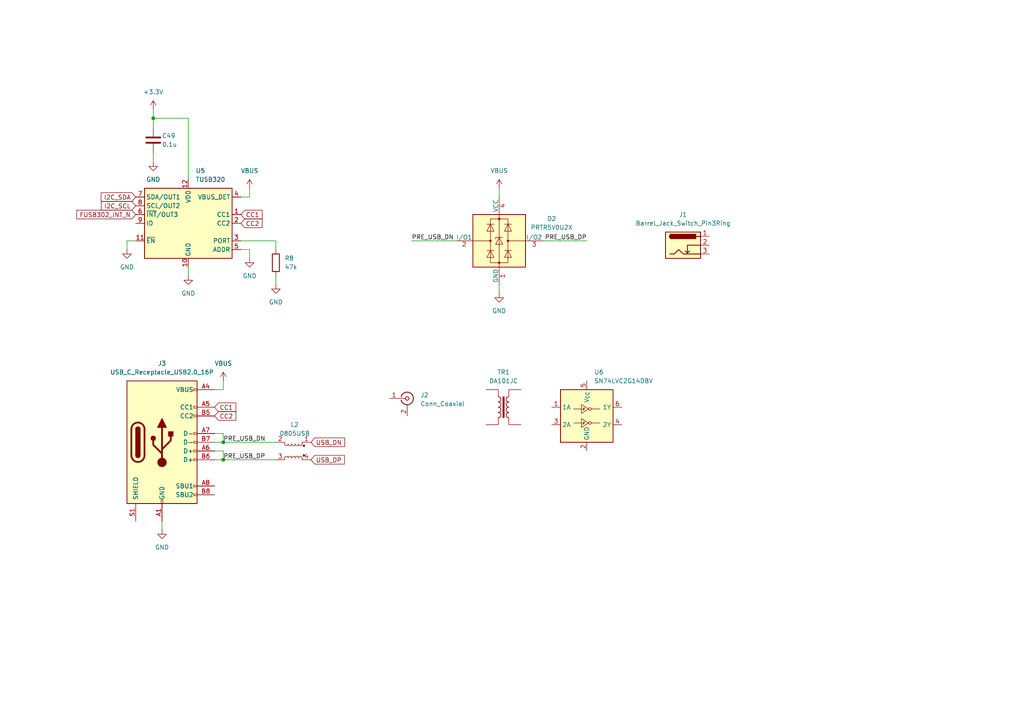
<source format=kicad_sch>
(kicad_sch (version 20250114) (generator "eeschema") (generator_version "9.0")
  (paper "A4")
  (lib_symbols
    (symbol "74xGxx:SN74LVC2G14DBV"
      (property "Reference" "U" (at 2.54 12.7 0))
      (property "Value" "SN74LVC2G14DBV" (at 2.54 10.16 0))
      (symbol "SN74LVC2G14DBV_1_1"
        (rectangle (start -7.62 7.62) (end 7.62 -7.62) (stroke (width 0.254)) (fill (type background)))
        (polyline (pts (xy -1.524 3.302) (xy 0.508 2.032) (xy -1.524 0.762) (xy -1.524 3.302)))
        (polyline (pts (xy -1.524 2.032) (xy -3.81 2.032)))
        (polyline (pts (xy -1.524 -0.762) (xy 0.508 -2.032) (xy -1.524 -3.302) (xy -1.524 -0.762)))
        (polyline (pts (xy -1.524 -2.032) (xy -3.81 -2.032)))
        (polyline (pts (xy -1.016 1.778) (xy -1.016 2.286) (xy -0.762 2.286) (xy -0.762 1.778) (xy -1.27 1.778)))
        (polyline (pts (xy -1.016 -2.286) (xy -1.016 -1.778) (xy -0.762 -1.778) (xy -0.762 -2.286) (xy -1.27 -2.286)))
        (polyline (pts (xy -0.762 2.286) (xy -0.508 2.286)))
        (polyline (pts (xy -0.762 -1.778) (xy -0.508 -1.778)))
        (circle (center 0.889 2.032) (radius 0.381))
        (circle (center 0.889 -2.032) (radius 0.381))
        (polyline (pts (xy 1.27 2.032) (xy 3.81 2.032)))
        (polyline (pts (xy 1.27 -2.032) (xy 3.81 -2.032)))
        (pin input line (at -10.16 2.54 0) (length 2.54) (name "1A") (number "1"))
        (pin input line (at -10.16 -2.54 0) (length 2.54) (name "2A") (number "3"))
        (pin power_in line (at 0 10.16 270) (length 2.54) (name "V_{CC}") (number "5"))
        (pin power_in line (at 0 -10.16 90) (length 2.54) (name "GND") (number "2"))
        (pin output line (at 10.16 2.54 180) (length 2.54) (name "1Y") (number "6"))
        (pin output line (at 10.16 -2.54 180) (length 2.54) (name "2Y") (number "4"))
      )
    )
    (symbol "Connector:Barrel_Jack_Switch_Pin3Ring" (pin_names (hide yes))
      (property "Reference" "J" (at 0 5.334 0))
      (property "Value" "Barrel_Jack_Switch_Pin3Ring" (at 0 -5.08 0))
      (symbol "Barrel_Jack_Switch_Pin3Ring_0_1"
        (rectangle (start -5.08 3.81) (end 5.08 -3.81) (stroke (width 0.254)) (fill (type background)))
        (polyline (pts (xy -3.81 -2.54) (xy -2.54 -2.54) (xy -1.27 -1.27) (xy 0 -2.54) (xy 2.54 -2.54) (xy 5.08 -2.54)) (stroke (width 0.254)))
        (arc (start -3.302 1.905) (mid -3.9343 2.54) (end -3.302 3.175) (stroke (width 0.254)))
        (arc (start -3.302 1.905) (mid -3.9343 2.54) (end -3.302 3.175) (stroke (width 0.254)) (fill (type outline)))
        (polyline (pts (xy 1.27 -2.286) (xy 1.905 -1.651)) (stroke (width 0.254)))
        (rectangle (start 3.683 3.175) (end -3.302 1.905) (stroke (width 0.254)) (fill (type outline)))
        (polyline (pts (xy 5.08 2.54) (xy 3.81 2.54)) (stroke (width 0.254)))
        (polyline (pts (xy 5.08 0) (xy 1.27 0) (xy 1.27 -2.286) (xy 0.635 -1.651)) (stroke (width 0.254)))
      )
      (symbol "Barrel_Jack_Switch_Pin3Ring_1_1"
        (pin passive line (at 7.62 2.54 180) (length 2.54) (name "~") (number "1"))
        (pin passive line (at 7.62 0 180) (length 2.54) (name "~") (number "2"))
        (pin passive line (at 7.62 -2.54 180) (length 2.54) (name "~") (number "3"))
      )
    )
    (symbol "Connector:Conn_Coaxial" (pin_names (offset 1.016) (hide yes))
      (property "Reference" "J" (at 0.254 3.048 0))
      (property "Value" "Conn_Coaxial" (at 2.921 0 90))
      (symbol "Conn_Coaxial_0_1"
        (polyline (pts (xy -2.54 0) (xy -0.508 0)))
        (arc (start 1.778 0) (mid 0.222 -1.8079) (end -1.778 -0.508) (stroke (width 0.254)))
        (arc (start -1.778 0.508) (mid 0.2221 1.8084) (end 1.778 0) (stroke (width 0.254)))
        (circle (center 0 0) (radius 0.508) (stroke (width 0.2032)))
        (polyline (pts (xy 0 -2.54) (xy 0 -1.778)))
      )
      (symbol "Conn_Coaxial_1_1"
        (pin passive line (at -5.08 0 0) (length 2.54) (name "In") (number "1"))
        (pin passive line (at 0 -5.08 90) (length 2.54) (name "Ext") (number "2"))
      )
    )
    (symbol "Connector:USB_C_Receptacle_USB2.0_16P" (pin_names (offset 1.016))
      (property "Reference" "J" (at 0 22.225 0))
      (property "Value" "USB_C_Receptacle_USB2.0_16P" (at 0 19.685 0))
      (symbol "USB_C_Receptacle_USB2.0_16P_0_0"
        (rectangle (start -0.254 -17.78) (end 0.254 -16.764))
        (rectangle (start 10.16 15.494) (end 9.144 14.986))
        (rectangle (start 10.16 10.414) (end 9.144 9.906))
        (rectangle (start 10.16 7.874) (end 9.144 7.366))
        (rectangle (start 10.16 2.794) (end 9.144 2.286))
        (rectangle (start 10.16 0.254) (end 9.144 -0.254))
        (rectangle (start 10.16 -2.286) (end 9.144 -2.794))
        (rectangle (start 10.16 -4.826) (end 9.144 -5.334))
        (rectangle (start 10.16 -12.446) (end 9.144 -12.954))
        (rectangle (start 10.16 -14.986) (end 9.144 -15.494))
      )
      (symbol "USB_C_Receptacle_USB2.0_16P_0_1"
        (rectangle (start -10.16 17.78) (end 10.16 -17.78) (stroke (width 0.254)) (fill (type background)))
        (polyline (pts (xy -8.89 -3.81) (xy -8.89 3.81)) (stroke (width 0.508)))
        (rectangle (start -7.62 -3.81) (end -6.35 3.81) (stroke (width 0.254)) (fill (type outline)))
        (arc (start -7.62 3.81) (mid -6.985 4.4423) (end -6.35 3.81) (stroke (width 0.254)))
        (arc (start -7.62 3.81) (mid -6.985 4.4423) (end -6.35 3.81) (stroke (width 0.254)) (fill (type outline)))
        (arc (start -8.89 3.81) (mid -6.985 5.7067) (end -5.08 3.81) (stroke (width 0.508)))
        (arc (start -5.08 -3.81) (mid -6.985 -5.7067) (end -8.89 -3.81) (stroke (width 0.508)))
        (arc (start -6.35 -3.81) (mid -6.985 -4.4423) (end -7.62 -3.81) (stroke (width 0.254)))
        (arc (start -6.35 -3.81) (mid -6.985 -4.4423) (end -7.62 -3.81) (stroke (width 0.254)) (fill (type outline)))
        (polyline (pts (xy -5.08 3.81) (xy -5.08 -3.81)) (stroke (width 0.508)))
        (circle (center -2.54 1.143) (radius 0.635) (stroke (width 0.254)) (fill (type outline)))
        (polyline (pts (xy -1.27 4.318) (xy 0 6.858) (xy 1.27 4.318) (xy -1.27 4.318)) (stroke (width 0.254)) (fill (type outline)))
        (polyline (pts (xy 0 -2.032) (xy 2.54 0.508) (xy 2.54 1.778)) (stroke (width 0.508)))
        (polyline (pts (xy 0 -3.302) (xy -2.54 -0.762) (xy -2.54 0.508)) (stroke (width 0.508)))
        (polyline (pts (xy 0 -5.842) (xy 0 4.318)) (stroke (width 0.508)))
        (circle (center 0 -5.842) (radius 1.27) (fill (type outline)))
        (rectangle (start 1.905 1.778) (end 3.175 3.048) (stroke (width 0.254)) (fill (type outline)))
      )
      (symbol "USB_C_Receptacle_USB2.0_16P_1_1"
        (pin passive line (at -7.62 -22.86 90) (length 5.08) (name "SHIELD") (number "S1"))
        (pin passive line (at 0 -22.86 90) (length 5.08) (name "GND") (number "A1"))
        (pin passive line (at 0 -22.86 90) (length 5.08) (hide yes) (name "GND") (number "A12"))
        (pin passive line (at 0 -22.86 90) (length 5.08) (hide yes) (name "GND") (number "B1"))
        (pin passive line (at 0 -22.86 90) (length 5.08) (hide yes) (name "GND") (number "B12"))
        (pin passive line (at 15.24 15.24 180) (length 5.08) (name "VBUS") (number "A4"))
        (pin passive line (at 15.24 15.24 180) (length 5.08) (hide yes) (name "VBUS") (number "A9"))
        (pin passive line (at 15.24 15.24 180) (length 5.08) (hide yes) (name "VBUS") (number "B4"))
        (pin passive line (at 15.24 15.24 180) (length 5.08) (hide yes) (name "VBUS") (number "B9"))
        (pin bidirectional line (at 15.24 10.16 180) (length 5.08) (name "CC1") (number "A5"))
        (pin bidirectional line (at 15.24 7.62 180) (length 5.08) (name "CC2") (number "B5"))
        (pin bidirectional line (at 15.24 2.54 180) (length 5.08) (name "D-") (number "A7"))
        (pin bidirectional line (at 15.24 0 180) (length 5.08) (name "D-") (number "B7"))
        (pin bidirectional line (at 15.24 -2.54 180) (length 5.08) (name "D+") (number "A6"))
        (pin bidirectional line (at 15.24 -5.08 180) (length 5.08) (name "D+") (number "B6"))
        (pin bidirectional line (at 15.24 -12.7 180) (length 5.08) (name "SBU1") (number "A8"))
        (pin bidirectional line (at 15.24 -15.24 180) (length 5.08) (name "SBU2") (number "B8"))
      )
    )
    (symbol "Device:C" (pin_numbers (hide yes)) (pin_names (offset 0.254))
      (property "Reference" "C" (at 0.635 2.54 0))
      (property "Value" "C" (at 0.635 -2.54 0))
      (symbol "C_0_1"
        (polyline (pts (xy -2.032 0.762) (xy 2.032 0.762)) (stroke (width 0.508)))
        (polyline (pts (xy -2.032 -0.762) (xy 2.032 -0.762)) (stroke (width 0.508)))
      )
      (symbol "C_1_1"
        (pin passive line (at 0 3.81 270) (length 2.794) (name "~") (number "1"))
        (pin passive line (at 0 -3.81 90) (length 2.794) (name "~") (number "2"))
      )
    )
    (symbol "Device:L_Coupled_1243" (pin_names (offset 0.254) (hide yes))
      (property "Reference" "L" (at 0 4.445 0))
      (property "Value" "L_Coupled_1243" (at 0 -4.445 0))
      (symbol "L_Coupled_1243_0_1"
        (circle (center -3.048 1.524) (radius 0.254) (fill (type outline)))
        (circle (center -3.048 -1.27) (radius 0.254) (fill (type outline)))
        (polyline (pts (xy -2.54 2.032) (xy -2.54 2.54)))
        (polyline (pts (xy -2.54 -2.032) (xy -2.54 -2.54)))
        (arc (start -1.524 2.032) (mid -2.032 1.5262) (end -2.54 2.032))
        (arc (start -2.54 -2.032) (mid -2.032 -1.5262) (end -1.524 -2.032))
        (arc (start -0.508 2.032) (mid -1.016 1.5262) (end -1.524 2.032))
        (arc (start -1.524 -2.032) (mid -1.016 -1.5262) (end -0.508 -2.032))
        (arc (start 0.508 2.032) (mid 0 1.5262) (end -0.508 2.032))
        (arc (start -0.508 -2.032) (mid 0 -1.5262) (end 0.508 -2.032))
        (arc (start 1.524 2.032) (mid 1.016 1.5262) (end 0.508 2.032))
        (arc (start 0.508 -2.032) (mid 1.016 -1.5262) (end 1.524 -2.032))
        (arc (start 2.54 2.032) (mid 2.032 1.5262) (end 1.524 2.032))
        (arc (start 1.524 -2.032) (mid 2.032 -1.5262) (end 2.54 -2.032))
        (polyline (pts (xy 2.54 2.54) (xy 2.54 2.032)))
        (polyline (pts (xy 2.54 -2.032) (xy 2.54 -2.54)))
      )
      (symbol "L_Coupled_1243_1_1"
        (pin passive line (at -5.08 2.54 0) (length 2.54) (name "1") (number "1"))
        (pin passive line (at -5.08 -2.54 0) (length 2.54) (name "4") (number "4"))
        (pin passive line (at 5.08 2.54 180) (length 2.54) (name "2") (number "2"))
        (pin passive line (at 5.08 -2.54 180) (length 2.54) (name "3") (number "3"))
      )
    )
    (symbol "Device:R" (pin_numbers (hide yes)) (pin_names (offset 0))
      (property "Reference" "R" (at 2.032 0 90))
      (property "Value" "R" (at 0 0 90))
      (symbol "R_0_1"
        (rectangle (start -1.016 -2.54) (end 1.016 2.54) (stroke (width 0.254)))
      )
      (symbol "R_1_1"
        (pin passive line (at 0 3.81 270) (length 1.27) (name "~") (number "1"))
        (pin passive line (at 0 -3.81 90) (length 1.27) (name "~") (number "2"))
      )
    )
    (symbol "Interface_USB:TUSB320"
      (property "Reference" "U" (at -11.43 11.43 0))
      (property "Value" "TUSB320" (at 7.62 11.43 0))
      (symbol "TUSB320_0_1"
        (rectangle (start -12.7 10.16) (end 12.7 -10.16) (stroke (width 0.254)) (fill (type background)))
      )
      (symbol "TUSB320_1_1"
        (pin bidirectional line (at -15.24 7.62 0) (length 2.54) (name "SDA/OUT1") (number "7"))
        (pin bidirectional line (at -15.24 5.08 0) (length 2.54) (name "SCL/OUT2") (number "8"))
        (pin open_collector line (at -15.24 2.54 0) (length 2.54) (name "~{INT}/OUT3") (number "6"))
        (pin open_collector line (at -15.24 0 0) (length 2.54) (name "ID") (number "9"))
        (pin input line (at -15.24 -5.08 0) (length 2.54) (name "~{EN}") (number "11"))
        (pin power_in line (at 0 12.7 270) (length 2.54) (name "VDD") (number "12"))
        (pin power_in line (at 0 -12.7 90) (length 2.54) (name "GND") (number "10"))
        (pin input line (at 15.24 7.62 180) (length 2.54) (name "VBUS_DET") (number "4"))
        (pin bidirectional line (at 15.24 2.54 180) (length 2.54) (name "CC1") (number "1"))
        (pin bidirectional line (at 15.24 0 180) (length 2.54) (name "CC2") (number "2"))
        (pin input line (at 15.24 -5.08 180) (length 2.54) (name "PORT") (number "3"))
        (pin input line (at 15.24 -7.62 180) (length 2.54) (name "ADDR") (number "5"))
      )
    )
    (symbol "Power_Protection:PRTR5V0U2X" (pin_names (offset 0))
      (property "Reference" "D" (at 2.794 8.636 0))
      (property "Value" "PRTR5V0U2X" (at 8.128 -9.398 0))
      (symbol "PRTR5V0U2X_0_1"
        (rectangle (start -7.62 -7.62) (end 7.62 7.62) (stroke (width 0.254)) (fill (type background)))
        (polyline (pts (xy -3.556 2.794) (xy -1.524 2.794) (xy -2.54 4.826) (xy -3.556 2.794)))
        (polyline (pts (xy -3.556 -4.826) (xy -1.524 -4.826) (xy -2.54 -2.794) (xy -3.556 -4.826)))
        (rectangle (start -2.54 6.35) (end 2.54 -6.35))
        (circle (center -2.54 0) (radius 0.254) (fill (type outline)))
        (polyline (pts (xy -2.54 0) (xy -7.62 0)))
        (polyline (pts (xy -1.524 4.826) (xy -3.556 4.826)))
        (polyline (pts (xy -1.524 -2.794) (xy -3.556 -2.794)))
        (polyline (pts (xy -1.016 -1.016) (xy 1.016 -1.016) (xy 0 1.016) (xy -1.016 -1.016)))
        (circle (center 0 6.35) (radius 0.254) (fill (type outline)))
        (circle (center 0 -6.35) (radius 0.254) (fill (type outline)))
        (polyline (pts (xy 0 -7.62) (xy 0 7.62)))
        (polyline (pts (xy 1.016 1.016) (xy -1.016 1.016) (xy -1.016 0.508)))
        (polyline (pts (xy 1.524 4.826) (xy 3.556 4.826)))
        (polyline (pts (xy 1.524 -2.794) (xy 3.556 -2.794)))
        (polyline (pts (xy 2.54 0) (xy 7.62 0)))
        (circle (center 2.54 0) (radius 0.254) (fill (type outline)))
        (polyline (pts (xy 3.556 2.794) (xy 1.524 2.794) (xy 2.54 4.826) (xy 3.556 2.794)))
        (polyline (pts (xy 3.556 -4.826) (xy 1.524 -4.826) (xy 2.54 -2.794) (xy 3.556 -4.826)))
      )
      (symbol "PRTR5V0U2X_1_1"
        (pin passive line (at -12.7 0 0) (length 5.08) (name "I/O1") (number "2"))
        (pin passive line (at 0 12.7 270) (length 5.08) (name "VCC") (number "4"))
        (pin passive line (at 0 -12.7 90) (length 5.08) (name "GND") (number "1"))
        (pin passive line (at 12.7 0 180) (length 5.08) (name "I/O2") (number "3"))
      )
    )
    (symbol "Transformer:TRANSF1" (pin_numbers (hide yes)) (pin_names (offset 0))
      (property "Reference" "TR" (at 0 6.35 0))
      (property "Value" "TRANSF1" (at 0 -6.35 0))
      (symbol "TRANSF1_0_1"
        (polyline (pts (xy -2.54 5.08) (xy -1.524 5.08) (xy -1.524 3.048)) (stroke (width 0.1524)))
        (arc (start -1.524 3.048) (mid -0.7653 2.286) (end -1.524 1.524) (stroke (width 0.2032)))
        (arc (start -1.524 1.524) (mid -0.7653 0.762) (end -1.524 0) (stroke (width 0.2032)))
        (arc (start -1.524 0) (mid -0.7653 -0.762) (end -1.524 -1.524) (stroke (width 0.2032)))
        (arc (start -1.524 -1.524) (mid -0.7653 -2.286) (end -1.524 -3.048) (stroke (width 0.2032)))
        (polyline (pts (xy -1.524 -3.048) (xy -1.524 -5.08) (xy -2.54 -5.08)) (stroke (width 0.1524)))
        (rectangle (start -0.254 3.048) (end 0.254 -3.048) (stroke (width 0.0254)) (fill (type outline)))
        (polyline (pts (xy 1.524 3.048) (xy 1.524 5.08) (xy 2.54 5.08)) (stroke (width 0.1524)))
        (arc (start 1.524 1.524) (mid 0.7653 2.286) (end 1.524 3.048) (stroke (width 0.2032)))
        (arc (start 1.524 0) (mid 0.7653 0.762) (end 1.524 1.524) (stroke (width 0.2032)))
        (arc (start 1.524 -1.524) (mid 0.7653 -0.762) (end 1.524 0) (stroke (width 0.2032)))
        (arc (start 1.524 -3.048) (mid 0.7653 -2.286) (end 1.524 -1.524) (stroke (width 0.2032)))
        (polyline (pts (xy 2.54 -5.08) (xy 1.524 -5.08) (xy 1.524 -3.048)) (stroke (width 0.1524)))
      )
      (symbol "TRANSF1_1_1"
        (pin passive line (at -5.08 5.08 0) (length 2.54) (name "~") (number "1"))
        (pin passive line (at -5.08 -5.08 0) (length 2.54) (name "~") (number "2"))
        (pin passive line (at 5.08 5.08 180) (length 2.54) (name "~") (number "4"))
        (pin passive line (at 5.08 -5.08 180) (length 2.54) (name "~") (number "3"))
      )
    )
    (symbol "power:+3.3V" (power) (pin_numbers (hide yes)) (pin_names (offset 0) (hide yes))
      (property "Value" "+3.3V" (at 0 3.556 0))
      (symbol "+3.3V_0_1"
        (polyline (pts (xy -0.762 1.27) (xy 0 2.54)))
        (polyline (pts (xy 0 2.54) (xy 0.762 1.27)))
        (polyline (pts (xy 0 0) (xy 0 2.54)))
      )
      (symbol "+3.3V_1_1"
        (pin power_in line (at 0 0 90) (length 0) (name "~") (number "1"))
      )
    )
    (symbol "power:GND" (power) (pin_numbers (hide yes)) (pin_names (offset 0) (hide yes))
      (property "Value" "GND" (at 0 -3.81 0))
      (symbol "GND_0_1"
        (polyline (pts (xy 0 0) (xy 0 -1.27) (xy 1.27 -1.27) (xy 0 -2.54) (xy -1.27 -1.27) (xy 0 -1.27)))
      )
      (symbol "GND_1_1"
        (pin power_in line (at 0 0 270) (length 0) (name "~") (number "1"))
      )
    )
    (symbol "power:VBUS" (power) (pin_numbers (hide yes)) (pin_names (offset 0) (hide yes))
      (property "Value" "VBUS" (at 0 3.556 0))
      (symbol "VBUS_0_1"
        (polyline (pts (xy -0.762 1.27) (xy 0 2.54)))
        (polyline (pts (xy 0 2.54) (xy 0.762 1.27)))
        (polyline (pts (xy 0 0) (xy 0 2.54)))
      )
      (symbol "VBUS_1_1"
        (pin power_in line (at 0 0 90) (length 0) (name "~") (number "1"))
      )
    )
  )
  (junction (at 64.77 133.35))
  (junction (at 64.77 128.27))
  (junction (at 44.45 34.29))
  (wire (pts (xy 54.61 77.47) (xy 54.61 80.01)))
  (wire (pts (xy 62.23 125.73) (xy 64.77 125.73)))
  (wire (pts (xy 36.83 69.85) (xy 36.83 72.39)))
  (wire (pts (xy 62.23 113.03) (xy 64.77 113.03)))
  (wire (pts (xy 144.78 82.55) (xy 144.78 85.09)))
  (wire (pts (xy 69.85 69.85) (xy 80.01 69.85)))
  (wire (pts (xy 64.77 133.35) (xy 62.23 133.35)))
  (wire (pts (xy 64.77 128.27) (xy 80.01 128.27)))
  (wire (pts (xy 157.48 69.85) (xy 170.18 69.85)))
  (wire (pts (xy 54.61 34.29) (xy 44.45 34.29)))
  (wire (pts (xy 44.45 34.29) (xy 44.45 36.83)))
  (wire (pts (xy 62.23 130.81) (xy 64.77 130.81)))
  (wire (pts (xy 72.39 54.61) (xy 72.39 57.15)))
  (wire (pts (xy 54.61 52.07) (xy 54.61 34.29)))
  (wire (pts (xy 64.77 130.81) (xy 64.77 133.35)))
  (wire (pts (xy 64.77 125.73) (xy 64.77 128.27)))
  (wire (pts (xy 69.85 72.39) (xy 72.39 72.39)))
  (wire (pts (xy 36.83 69.85) (xy 39.37 69.85)))
  (wire (pts (xy 80.01 80.01) (xy 80.01 82.55)))
  (wire (pts (xy 80.01 69.85) (xy 80.01 72.39)))
  (wire (pts (xy 64.77 133.35) (xy 80.01 133.35)))
  (wire (pts (xy 144.78 54.61) (xy 144.78 57.15)))
  (wire (pts (xy 72.39 57.15) (xy 69.85 57.15)))
  (wire (pts (xy 44.45 44.45) (xy 44.45 46.99)))
  (wire (pts (xy 46.99 151.13) (xy 46.99 153.67)))
  (wire (pts (xy 64.77 110.49) (xy 64.77 113.03)))
  (wire (pts (xy 72.39 72.39) (xy 72.39 74.93)))
  (wire (pts (xy 64.77 128.27) (xy 62.23 128.27)))
  (wire (pts (xy 119.38 69.85) (xy 132.08 69.85)))
  (wire (pts (xy 44.45 31.75) (xy 44.45 34.29)))
  (label "PRE_USB_DP" (at 170.18 69.85 180))
  (label "PRE_USB_DN" (at 119.38 69.85 0))
  (label "PRE_USB_DN" (at 64.77 128.27 0))
  (label "PRE_USB_DP" (at 64.77 133.35 0))
  (global_label "I2C_SDA" (shape input) (at 39.37 57.15 180) (property "Intersheetrefs" "${INTERSHEET_REFS}" (effects (hide yes))))
  (global_label "CC2" (shape input) (at 69.85 64.77 0) (property "Intersheetrefs" "${INTERSHEET_REFS}" (effects (hide yes))))
  (global_label "CC1" (shape input) (at 62.23 118.11 0) (property "Intersheetrefs" "${INTERSHEET_REFS}" (effects (hide yes))))
  (global_label "CC1" (shape input) (at 69.85 62.23 0) (property "Intersheetrefs" "${INTERSHEET_REFS}" (effects (hide yes))))
  (global_label "I2C_SCL" (shape input) (at 39.37 59.69 180) (property "Intersheetrefs" "${INTERSHEET_REFS}" (effects (hide yes))))
  (global_label "USB_DP" (shape input) (at 90.17 133.35 0) (property "Intersheetrefs" "${INTERSHEET_REFS}" (effects (hide yes))))
  (global_label "CC2" (shape input) (at 62.23 120.65 0) (property "Intersheetrefs" "${INTERSHEET_REFS}" (effects (hide yes))))
  (global_label "FUSB302_INT_N" (shape input) (at 39.37 62.23 180) (property "Intersheetrefs" "${INTERSHEET_REFS}" (effects (hide yes))))
  (global_label "USB_DN" (shape input) (at 90.17 128.27 0) (property "Intersheetrefs" "${INTERSHEET_REFS}" (effects (hide yes))))
  (symbol (lib_id "power:GND") (at 36.83 72.39 0) (unit 1)
    (property "Reference" "#PWR066" (effects (hide yes)))
    (property "Value" "GND" (at 36.83 77.47 0))
    (property "Description" "Power symbol creates a global label with name \"GND\" , ground" (effects (hide yes)))
  )
  (symbol (lib_id "Interface_USB:TUSB320") (at 54.61 64.77 0) (unit 1)
    (property "Reference" "U5" (at 56.7533 49.53 0) (effects (justify left)))
    (property "Value" "TUSB320" (at 56.7533 52.07 0) (effects (justify left)))
    (property "Footprint" "Package_DFN_QFN:Texas_X2QFN-12_1.6x1.6mm_P0.4mm" (effects (hide yes)))
    (property "Datasheet" "http://www.ti.com/lit/ds/symlink/tusb320.pdf" (effects (hide yes)))
    (property "Description" "USB Type-C Configuration Channel Logic and Port Control, X2QFN-12" (effects (hide yes)))
  )
  (symbol (lib_id "power:GND") (at 46.99 153.67 0) (unit 1)
    (property "Reference" "#PWR072" (effects (hide yes)))
    (property "Value" "GND" (at 46.99 158.75 0))
    (property "Description" "Power symbol creates a global label with name \"GND\" , ground" (effects (hide yes)))
  )
  (symbol (lib_id "Connector:Conn_Coaxial") (at 118.11 115.57 0) (unit 1)
    (property "Reference" "J2" (at 121.92 114.5931 0) (effects (justify left)))
    (property "Value" "Conn_Coaxial" (at 121.92 117.1331 0) (effects (justify left)))
    (property "Footprint" "utils:PJRAN1X1U04" (effects (hide yes)))
    (property "Description" "coaxial connector (BNC, SMA, SMB, SMC, Cinch/RCA, LEMO, ...)" (effects (hide yes)))
  )
  (symbol (lib_id "power:VBUS") (at 72.39 54.61 0) (unit 1)
    (property "Reference" "#PWR064" (effects (hide yes)))
    (property "Value" "VBUS" (at 72.39 49.53 0))
    (property "Description" "Power symbol creates a global label with name \"VBUS\"" (effects (hide yes)))
  )
  (symbol (lib_id "Device:R") (at 80.01 76.2 0) (unit 1)
    (property "Reference" "R8" (at 82.55 74.9299 0) (effects (justify left)))
    (property "Value" "47k" (at 82.55 77.4699 0) (effects (justify left)))
    (property "Footprint" "Resistor_SMD:R_0402_1005Metric" (effects (hide yes)))
    (property "Description" "Resistor" (effects (hide yes)))
  )
  (symbol (lib_id "Connector:USB_C_Receptacle_USB2.0_16P") (at 46.99 128.27 0) (unit 1)
    (property "Reference" "J3" (at 46.99 105.41 0))
    (property "Value" "USB_C_Receptacle_USB2.0_16P" (at 46.99 107.95 0))
    (property "Footprint" "Connector_USB:USB_C_Receptacle_GCT_USB4110" (effects (hide yes)))
    (property "Datasheet" "https://www.usb.org/sites/default/files/documents/usb_type-c.zip" (effects (hide yes)))
    (property "Description" "USB 2.0-only 16P Type-C Receptacle connector" (effects (hide yes)))
  )
  (symbol (lib_id "power:VBUS") (at 144.78 54.61 0) (unit 1)
    (property "Reference" "#PWR065" (effects (hide yes)))
    (property "Value" "VBUS" (at 144.78 49.53 0))
    (property "Description" "Power symbol creates a global label with name \"VBUS\"" (effects (hide yes)))
  )
  (symbol (lib_id "74xGxx:SN74LVC2G14DBV") (at 170.18 120.65 0) (unit 1)
    (property "Reference" "U6" (at 172.3233 107.95 0) (effects (justify left)))
    (property "Value" "SN74LVC2G14DBV" (at 172.3233 110.49 0) (effects (justify left)))
    (property "Footprint" "Package_TO_SOT_SMD:SOT-23-6" (effects (hide yes)))
    (property "Datasheet" "https://www.ti.com/lit/ds/symlink/sn74lvc2g14.pdf" (effects (hide yes)))
    (property "Description" "Dual schmitt inverter, VCC from 1.65 to 5.5 V, SOT-23" (effects (hide yes)))
  )
  (symbol (lib_id "power:VBUS") (at 64.77 110.49 0) (unit 1)
    (property "Reference" "#PWR071" (effects (hide yes)))
    (property "Value" "VBUS" (at 64.77 105.41 0))
    (property "Description" "Power symbol creates a global label with name \"VBUS\"" (effects (hide yes)))
  )
  (symbol (lib_id "Device:L_Coupled_1243") (at 85.09 130.81 0) (mirror y) (unit 1)
    (property "Reference" "L2" (at 85.471 123.19 0))
    (property "Value" "0805USB" (at 85.471 125.73 0))
    (property "Footprint" "Inductor_SMD:L_CommonModeChoke_Coilcraft_0805USB" (effects (hide yes)))
    (property "Description" "Coupled inductor" (effects (hide yes)))
  )
  (symbol (lib_id "power:GND") (at 44.45 46.99 0) (unit 1)
    (property "Reference" "#PWR063" (effects (hide yes)))
    (property "Value" "GND" (at 44.45 52.07 0))
    (property "Description" "Power symbol creates a global label with name \"GND\" , ground" (effects (hide yes)))
  )
  (symbol (lib_id "power:+3.3V") (at 44.45 31.75 0) (unit 1)
    (property "Reference" "#PWR062" (effects (hide yes)))
    (property "Value" "+3.3V" (at 44.45 26.67 0))
    (property "Description" "Power symbol creates a global label with name \"+3.3V\"" (effects (hide yes)))
  )
  (symbol (lib_id "Connector:Barrel_Jack_Switch_Pin3Ring") (at 198.12 71.12 0) (unit 1)
    (property "Reference" "J1" (at 198.12 62.23 0))
    (property "Value" "Barrel_Jack_Switch_Pin3Ring" (at 198.12 64.77 0))
    (property "Footprint" "utils:DC044" (effects (hide yes)))
    (property "Description" "DC Barrel Jack with an internal switch" (effects (hide yes)))
  )
  (symbol (lib_id "Device:C") (at 44.45 40.64 0) (unit 1)
    (property "Reference" "C49" (at 46.99 39.37 0) (effects (justify left)))
    (property "Value" "0.1u" (at 46.99 41.91 0) (effects (justify left)))
    (property "Footprint" "Capacitor_SMD:C_0402_1005Metric" (effects (hide yes)))
    (property "Description" "Unpolarized capacitor" (effects (hide yes)))
  )
  (symbol (lib_id "power:GND") (at 144.78 85.09 0) (unit 1)
    (property "Reference" "#PWR070" (effects (hide yes)))
    (property "Value" "GND" (at 144.78 90.17 0))
    (property "Description" "Power symbol creates a global label with name \"GND\" , ground" (effects (hide yes)))
  )
  (symbol (lib_id "power:GND") (at 80.01 82.55 0) (unit 1)
    (property "Reference" "#PWR069" (effects (hide yes)))
    (property "Value" "GND" (at 80.01 87.63 0))
    (property "Description" "Power symbol creates a global label with name \"GND\" , ground" (effects (hide yes)))
  )
  (symbol (lib_id "power:GND") (at 54.61 80.01 0) (unit 1)
    (property "Reference" "#PWR068" (effects (hide yes)))
    (property "Value" "GND" (at 54.61 85.09 0))
    (property "Description" "Power symbol creates a global label with name \"GND\" , ground" (effects (hide yes)))
  )
  (symbol (lib_id "Transformer:TRANSF1") (at 146.05 118.11 0) (unit 1)
    (property "Reference" "TR1" (at 146.05 107.95 0))
    (property "Value" "DA101JC" (at 146.05 110.49 0))
  )
  (symbol (lib_id "power:GND") (at 72.39 74.93 0) (unit 1)
    (property "Reference" "#PWR067" (effects (hide yes)))
    (property "Value" "GND" (at 72.39 80.01 0))
    (property "Description" "Power symbol creates a global label with name \"GND\" , ground" (effects (hide yes)))
  )
  (symbol (lib_id "Power_Protection:PRTR5V0U2X") (at 144.78 69.85 0) (unit 1)
    (property "Reference" "D2" (at 160.02 63.4298 0))
    (property "Value" "PRTR5V0U2X" (at 160.02 65.9698 0))
    (property "Footprint" "Package_TO_SOT_SMD:SOT-143" (effects (hide yes)))
    (property "Datasheet" "https://assets.nexperia.com/documents/data-sheet/PRTR5V0U2X.pdf" (effects (hide yes)))
    (property "Description" "Ultra low capacitance double rail-to-rail ESD protection diode, SOT-143" (effects (hide yes)))
  )
)
</source>
